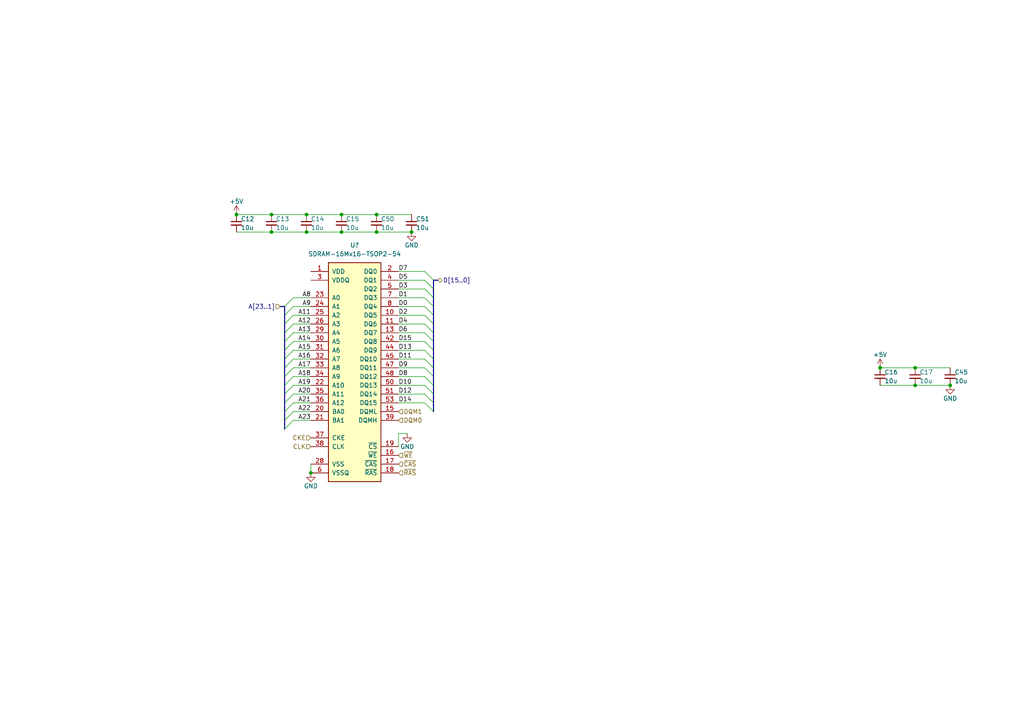
<source format=kicad_sch>
(kicad_sch (version 20211123) (generator eeschema)
  (paper "A4")
  (lib_symbols
    (symbol "Device:C_Small" (pin_numbers hide) (pin_names (offset 0.254) hide)
      (property "Reference" "C" (at 0.254 1.778 0))
      (property "Value" "C_Small" (at 0.254 -2.032 0))
      (symbol "C_Small_0_1"
        (polyline (pts (xy -1.524 -0.508) (xy 1.524 -0.508)) (stroke (width 0.3302)))
        (polyline (pts (xy -1.524 0.508) (xy 1.524 0.508)) (stroke (width 0.3048)))
      )
      (symbol "C_Small_1_1"
        (pin passive line (at 0 2.54 270) (length 2.032) (name "~") (number "1"))
        (pin passive line (at 0 -2.54 90) (length 2.032) (name "~") (number "2"))
      )
    )
    (symbol "GW_RAM:SDRAM-16Mx16-TSOP2-54" (pin_names (offset 1.016))
      (property "Reference" "U" (at 0 29.21 0))
      (property "Value" "SDRAM-16Mx16-TSOP2-54" (at 0 0 90))
      (symbol "SDRAM-16Mx16-TSOP2-54_0_1"
        (rectangle (start -7.62 27.94) (end 7.62 -35.56) (stroke (width 0.254)) (fill (type background)))
      )
      (symbol "SDRAM-16Mx16-TSOP2-54_1_1"
        (pin power_in line (at -12.7 25.4 0) (length 5.08) (name "VDD") (number "1"))
        (pin bidirectional line (at 12.7 12.7 180) (length 5.08) (name "DQ5") (number "10"))
        (pin bidirectional line (at 12.7 10.16 180) (length 5.08) (name "DQ6") (number "11"))
        (pin power_in line (at -12.7 -33.02 0) (length 5.08) hide (name "VSSQ") (number "12"))
        (pin bidirectional line (at 12.7 7.62 180) (length 5.08) (name "DQ7") (number "13"))
        (pin power_in line (at -12.7 25.4 0) (length 5.08) hide (name "VDD") (number "14"))
        (pin input line (at 12.7 -15.24 180) (length 5.08) (name "DQML") (number "15"))
        (pin input line (at 12.7 -27.94 180) (length 5.08) (name "~{WE}") (number "16"))
        (pin input line (at 12.7 -30.48 180) (length 5.08) (name "~{CAS}") (number "17"))
        (pin input line (at 12.7 -33.02 180) (length 5.08) (name "~{RAS}") (number "18"))
        (pin input line (at 12.7 -25.4 180) (length 5.08) (name "~{CS}") (number "19"))
        (pin bidirectional line (at 12.7 25.4 180) (length 5.08) (name "DQ0") (number "2"))
        (pin input line (at -12.7 -15.24 0) (length 5.08) (name "BA0") (number "20"))
        (pin input line (at -12.7 -17.78 0) (length 5.08) (name "BA1") (number "21"))
        (pin input line (at -12.7 -7.62 0) (length 5.08) (name "A10") (number "22"))
        (pin input line (at -12.7 17.78 0) (length 5.08) (name "A0") (number "23"))
        (pin input line (at -12.7 15.24 0) (length 5.08) (name "A1") (number "24"))
        (pin input line (at -12.7 12.7 0) (length 5.08) (name "A2") (number "25"))
        (pin input line (at -12.7 10.16 0) (length 5.08) (name "A3") (number "26"))
        (pin power_in line (at -12.7 25.4 0) (length 5.08) hide (name "VDD") (number "27"))
        (pin power_in line (at -12.7 -30.48 0) (length 5.08) (name "VSS") (number "28"))
        (pin input line (at -12.7 7.62 0) (length 5.08) (name "A4") (number "29"))
        (pin power_in line (at -12.7 22.86 0) (length 5.08) (name "VDDQ") (number "3"))
        (pin input line (at -12.7 5.08 0) (length 5.08) (name "A5") (number "30"))
        (pin input line (at -12.7 2.54 0) (length 5.08) (name "A6") (number "31"))
        (pin input line (at -12.7 0 0) (length 5.08) (name "A7") (number "32"))
        (pin input line (at -12.7 -2.54 0) (length 5.08) (name "A8") (number "33"))
        (pin input line (at -12.7 -5.08 0) (length 5.08) (name "A9") (number "34"))
        (pin input line (at -12.7 -10.16 0) (length 5.08) (name "A11") (number "35"))
        (pin input line (at -12.7 -12.7 0) (length 5.08) (name "A12") (number "36"))
        (pin input line (at -12.7 -22.86 0) (length 5.08) (name "CKE") (number "37"))
        (pin input line (at -12.7 -25.4 0) (length 5.08) (name "CLK") (number "38"))
        (pin input line (at 12.7 -17.78 180) (length 5.08) (name "DQMH") (number "39"))
        (pin bidirectional line (at 12.7 22.86 180) (length 5.08) (name "DQ1") (number "4"))
        (pin power_in line (at -12.7 -30.48 0) (length 5.08) hide (name "VSS") (number "41"))
        (pin bidirectional line (at 12.7 5.08 180) (length 5.08) (name "DQ8") (number "42"))
        (pin power_in line (at -12.7 22.86 0) (length 5.08) hide (name "VDDQ") (number "43"))
        (pin bidirectional line (at 12.7 2.54 180) (length 5.08) (name "DQ9") (number "44"))
        (pin bidirectional line (at 12.7 0 180) (length 5.08) (name "DQ10") (number "45"))
        (pin power_in line (at -12.7 -33.02 0) (length 5.08) hide (name "VSSQ") (number "46"))
        (pin bidirectional line (at 12.7 -2.54 180) (length 5.08) (name "DQ11") (number "47"))
        (pin bidirectional line (at 12.7 -5.08 180) (length 5.08) (name "DQ12") (number "48"))
        (pin power_in line (at -12.7 22.86 0) (length 5.08) hide (name "VDDQ") (number "49"))
        (pin bidirectional line (at 12.7 20.32 180) (length 5.08) (name "DQ2") (number "5"))
        (pin bidirectional line (at 12.7 -7.62 180) (length 5.08) (name "DQ13") (number "50"))
        (pin bidirectional line (at 12.7 -10.16 180) (length 5.08) (name "DQ14") (number "51"))
        (pin power_in line (at -12.7 -33.02 0) (length 5.08) hide (name "VSSQ") (number "52"))
        (pin bidirectional line (at 12.7 -12.7 180) (length 5.08) (name "DQ15") (number "53"))
        (pin power_in line (at -12.7 -30.48 0) (length 5.08) hide (name "VSS") (number "54"))
        (pin power_in line (at -12.7 -33.02 0) (length 5.08) (name "VSSQ") (number "6"))
        (pin bidirectional line (at 12.7 17.78 180) (length 5.08) (name "DQ3") (number "7"))
        (pin bidirectional line (at 12.7 15.24 180) (length 5.08) (name "DQ4") (number "8"))
        (pin power_in line (at -12.7 22.86 0) (length 5.08) hide (name "VDDQ") (number "9"))
      )
    )
    (symbol "power:+5V" (power) (pin_names (offset 0))
      (property "Value" "+5V" (at 0 3.556 0))
      (symbol "+5V_0_1"
        (polyline (pts (xy -0.762 1.27) (xy 0 2.54)))
        (polyline (pts (xy 0 0) (xy 0 2.54)))
        (polyline (pts (xy 0 2.54) (xy 0.762 1.27)))
      )
      (symbol "+5V_1_1"
        (pin power_in line (at 0 0 90) (length 0) hide (name "+5V") (number "1"))
      )
    )
    (symbol "power:GND" (power) (pin_names (offset 0))
      (property "Value" "GND" (at 0 -3.81 0))
      (symbol "GND_0_1"
        (polyline (pts (xy 0 0) (xy 0 -1.27) (xy 1.27 -1.27) (xy 0 -2.54) (xy -1.27 -1.27) (xy 0 -1.27)))
      )
      (symbol "GND_1_1"
        (pin power_in line (at 0 0 270) (length 0) hide (name "GND") (number "1"))
      )
    )
  )
  (junction (at 109.22 62.23))
  (junction (at 265.43 111.76))
  (junction (at 119.38 67.31))
  (junction (at 90.17 137.16))
  (junction (at 265.43 106.68))
  (junction (at 68.58 62.23))
  (junction (at 99.06 67.31))
  (junction (at 255.27 106.68))
  (junction (at 78.74 62.23))
  (junction (at 109.22 67.31))
  (junction (at 88.9 67.31))
  (junction (at 99.06 62.23))
  (junction (at 275.59 111.76))
  (junction (at 78.74 67.31))
  (junction (at 88.9 62.23))
  (bus_entry (at 125.73 93.98) (size -2.54 -2.54))
  (bus_entry (at 125.73 96.52) (size -2.54 -2.54))
  (bus_entry (at 125.73 81.28) (size -2.54 -2.54))
  (bus_entry (at 125.73 114.3) (size -2.54 -2.54))
  (bus_entry (at 82.55 99.06) (size 2.54 -2.54))
  (bus_entry (at 82.55 96.52) (size 2.54 -2.54))
  (bus_entry (at 125.73 83.82) (size -2.54 -2.54))
  (bus_entry (at 125.73 104.14) (size -2.54 -2.54))
  (bus_entry (at 82.55 119.38) (size 2.54 -2.54))
  (bus_entry (at 125.73 116.84) (size -2.54 -2.54))
  (bus_entry (at 82.55 116.84) (size 2.54 -2.54))
  (bus_entry (at 125.73 119.38) (size -2.54 -2.54))
  (bus_entry (at 125.73 106.68) (size -2.54 -2.54))
  (bus_entry (at 125.73 111.76) (size -2.54 -2.54))
  (bus_entry (at 125.73 99.06) (size -2.54 -2.54))
  (bus_entry (at 125.73 109.22) (size -2.54 -2.54))
  (bus_entry (at 125.73 88.9) (size -2.54 -2.54))
  (bus_entry (at 82.55 111.76) (size 2.54 -2.54))
  (bus_entry (at 82.55 93.98) (size 2.54 -2.54))
  (bus_entry (at 82.55 121.92) (size 2.54 -2.54))
  (bus_entry (at 82.55 104.14) (size 2.54 -2.54))
  (bus_entry (at 82.55 109.22) (size 2.54 -2.54))
  (bus_entry (at 82.55 106.68) (size 2.54 -2.54))
  (bus_entry (at 125.73 101.6) (size -2.54 -2.54))
  (bus_entry (at 82.55 88.9) (size 2.54 -2.54))
  (bus_entry (at 125.73 91.44) (size -2.54 -2.54))
  (bus_entry (at 82.55 101.6) (size 2.54 -2.54))
  (bus_entry (at 82.55 124.46) (size 2.54 -2.54))
  (bus_entry (at 125.73 86.36) (size -2.54 -2.54))
  (bus_entry (at 82.55 91.44) (size 2.54 -2.54))
  (bus_entry (at 82.55 114.3) (size 2.54 -2.54))
  (bus (pts (xy 82.55 88.9) (xy 82.55 91.44)))
  (bus (pts (xy 125.73 114.3) (xy 125.73 116.84)))
  (wire (pts (xy 90.17 101.6) (xy 85.09 101.6)))
  (bus (pts (xy 82.55 93.98) (xy 82.55 96.52)))
  (wire (pts (xy 90.17 104.14) (xy 85.09 104.14)))
  (wire (pts (xy 68.58 67.31) (xy 78.74 67.31)))
  (wire (pts (xy 78.74 62.23) (xy 88.9 62.23)))
  (wire (pts (xy 88.9 62.23) (xy 99.06 62.23)))
  (wire (pts (xy 265.43 106.68) (xy 275.59 106.68)))
  (wire (pts (xy 115.57 125.73) (xy 115.57 129.54)))
  (bus (pts (xy 125.73 83.82) (xy 125.73 86.36)))
  (wire (pts (xy 90.17 111.76) (xy 85.09 111.76)))
  (bus (pts (xy 82.55 121.92) (xy 82.55 124.46)))
  (bus (pts (xy 82.55 114.3) (xy 82.55 116.84)))
  (wire (pts (xy 90.17 109.22) (xy 85.09 109.22)))
  (wire (pts (xy 123.19 81.28) (xy 115.57 81.28)))
  (wire (pts (xy 68.58 62.23) (xy 78.74 62.23)))
  (bus (pts (xy 125.73 111.76) (xy 125.73 114.3)))
  (wire (pts (xy 90.17 134.62) (xy 90.17 137.16)))
  (wire (pts (xy 90.17 91.44) (xy 85.09 91.44)))
  (bus (pts (xy 125.73 104.14) (xy 125.73 106.68)))
  (wire (pts (xy 123.19 101.6) (xy 115.57 101.6)))
  (bus (pts (xy 125.73 99.06) (xy 125.73 101.6)))
  (wire (pts (xy 90.17 86.36) (xy 85.09 86.36)))
  (bus (pts (xy 82.55 101.6) (xy 82.55 104.14)))
  (bus (pts (xy 125.73 93.98) (xy 125.73 96.52)))
  (wire (pts (xy 115.57 109.22) (xy 123.19 109.22)))
  (bus (pts (xy 127 81.28) (xy 125.73 81.28)))
  (bus (pts (xy 82.55 111.76) (xy 82.55 114.3)))
  (wire (pts (xy 78.74 67.31) (xy 88.9 67.31)))
  (wire (pts (xy 99.06 67.31) (xy 109.22 67.31)))
  (bus (pts (xy 82.55 109.22) (xy 82.55 111.76)))
  (wire (pts (xy 99.06 62.23) (xy 109.22 62.23)))
  (bus (pts (xy 125.73 101.6) (xy 125.73 104.14)))
  (wire (pts (xy 90.17 96.52) (xy 85.09 96.52)))
  (wire (pts (xy 90.17 121.92) (xy 85.09 121.92)))
  (bus (pts (xy 82.55 119.38) (xy 82.55 121.92)))
  (wire (pts (xy 115.57 93.98) (xy 123.19 93.98)))
  (bus (pts (xy 82.55 91.44) (xy 82.55 93.98)))
  (wire (pts (xy 90.17 106.68) (xy 85.09 106.68)))
  (wire (pts (xy 123.19 78.74) (xy 115.57 78.74)))
  (bus (pts (xy 125.73 116.84) (xy 125.73 119.38)))
  (wire (pts (xy 123.19 104.14) (xy 115.57 104.14)))
  (wire (pts (xy 265.43 111.76) (xy 275.59 111.76)))
  (bus (pts (xy 125.73 86.36) (xy 125.73 88.9)))
  (bus (pts (xy 82.55 96.52) (xy 82.55 99.06)))
  (wire (pts (xy 90.17 114.3) (xy 85.09 114.3)))
  (wire (pts (xy 115.57 96.52) (xy 123.19 96.52)))
  (bus (pts (xy 82.55 116.84) (xy 82.55 119.38)))
  (wire (pts (xy 255.27 106.68) (xy 265.43 106.68)))
  (wire (pts (xy 115.57 111.76) (xy 123.19 111.76)))
  (bus (pts (xy 82.55 106.68) (xy 82.55 109.22)))
  (wire (pts (xy 109.22 62.23) (xy 119.38 62.23)))
  (wire (pts (xy 90.17 93.98) (xy 85.09 93.98)))
  (wire (pts (xy 88.9 67.31) (xy 99.06 67.31)))
  (wire (pts (xy 90.17 88.9) (xy 85.09 88.9)))
  (wire (pts (xy 115.57 114.3) (xy 123.19 114.3)))
  (wire (pts (xy 123.19 86.36) (xy 115.57 86.36)))
  (bus (pts (xy 125.73 106.68) (xy 125.73 109.22)))
  (wire (pts (xy 255.27 111.76) (xy 265.43 111.76)))
  (wire (pts (xy 115.57 88.9) (xy 123.19 88.9)))
  (wire (pts (xy 109.22 67.31) (xy 119.38 67.31)))
  (bus (pts (xy 82.55 99.06) (xy 82.55 101.6)))
  (wire (pts (xy 115.57 91.44) (xy 123.19 91.44)))
  (wire (pts (xy 115.57 99.06) (xy 123.19 99.06)))
  (bus (pts (xy 125.73 91.44) (xy 125.73 93.98)))
  (bus (pts (xy 125.73 96.52) (xy 125.73 99.06)))
  (wire (pts (xy 123.19 106.68) (xy 115.57 106.68)))
  (wire (pts (xy 118.11 125.73) (xy 115.57 125.73)))
  (bus (pts (xy 125.73 81.28) (xy 125.73 83.82)))
  (wire (pts (xy 123.19 83.82) (xy 115.57 83.82)))
  (bus (pts (xy 125.73 88.9) (xy 125.73 91.44)))
  (bus (pts (xy 82.55 104.14) (xy 82.55 106.68)))
  (wire (pts (xy 115.57 116.84) (xy 123.19 116.84)))
  (bus (pts (xy 82.55 88.9) (xy 81.28 88.9)))
  (wire (pts (xy 90.17 116.84) (xy 85.09 116.84)))
  (wire (pts (xy 90.17 99.06) (xy 85.09 99.06)))
  (bus (pts (xy 125.73 109.22) (xy 125.73 111.76)))
  (wire (pts (xy 90.17 119.38) (xy 85.09 119.38)))
  (label "A20" (at 90.17 114.3 180))
  (label "A11" (at 90.17 91.44 180))
  (label "D5" (at 115.57 81.28 0))
  (label "D12" (at 115.57 114.3 0))
  (label "A17" (at 90.17 106.68 180))
  (label "A21" (at 90.17 116.84 180))
  (label "D4" (at 115.57 93.98 0))
  (label "D6" (at 115.57 96.52 0))
  (label "D3" (at 115.57 83.82 0))
  (label "D2" (at 115.57 91.44 0))
  (label "D15" (at 115.57 99.06 0))
  (label "A19" (at 90.17 111.76 180))
  (label "D9" (at 115.57 106.68 0))
  (label "D7" (at 115.57 78.74 0))
  (label "A15" (at 90.17 101.6 180))
  (label "A14" (at 90.17 99.06 180))
  (label "D14" (at 115.57 116.84 0))
  (label "D1" (at 115.57 86.36 0))
  (label "A9" (at 90.17 88.9 180))
  (label "A18" (at 90.17 109.22 180))
  (label "A8" (at 90.17 86.36 180))
  (label "A13" (at 90.17 96.52 180))
  (label "A16" (at 90.17 104.14 180))
  (label "D11" (at 115.57 104.14 0))
  (label "A23" (at 90.17 121.92 180))
  (label "D0" (at 115.57 88.9 0))
  (label "D13" (at 115.57 101.6 0))
  (label "A12" (at 90.17 93.98 180))
  (label "A22" (at 90.17 119.38 180))
  (label "D8" (at 115.57 109.22 0))
  (label "D10" (at 115.57 111.76 0))
  (hierarchical_label "D[15..0]" (shape bidirectional) (at 127 81.28 0))
  (hierarchical_label "~{RAS}" (shape input) (at 115.57 137.16 0))
  (hierarchical_label "CLK" (shape input) (at 90.17 129.54 180))
  (hierarchical_label "DQM0" (shape input) (at 115.57 121.92 0))
  (hierarchical_label "DQM1" (shape input) (at 115.57 119.38 0))
  (hierarchical_label "~{CAS}" (shape input) (at 115.57 134.62 0))
  (hierarchical_label "~{WE}" (shape input) (at 115.57 132.08 0))
  (hierarchical_label "CKE" (shape input) (at 90.17 127 180))
  (hierarchical_label "A[23..1]" (shape input) (at 81.28 88.9 180))
  (symbol (lib_id "power:+5V") (at 68.58 62.23 0) (unit 1)
    (property "Reference" "#PWR0138" (effects hide))
    (property "Value" "+5V" (at 68.58 58.42 0))
  )
  (symbol (lib_id "Device:C_Small") (at 78.74 64.77 0) (unit 1)
    (property "Reference" "C13" (at 80.01 63.5 0) (effects (justify left)))
    (property "Value" "10u" (at 80.01 66.04 0) (effects (justify left)))
    (property "Footprint" "stdpads:C_0805" (effects hide))
    (property "LCSC Part" "C15850" (effects hide))
  )
  (symbol (lib_id "Device:C_Small") (at 68.58 64.77 0) (unit 1)
    (property "Reference" "C12" (at 69.85 63.5 0) (effects (justify left)))
    (property "Value" "10u" (at 69.85 66.04 0) (effects (justify left)))
    (property "Footprint" "stdpads:C_0805" (effects hide))
    (property "LCSC Part" "C15850" (effects hide))
  )
  (symbol (lib_id "Device:C_Small") (at 88.9 64.77 0) (unit 1)
    (property "Reference" "C14" (at 90.17 63.5 0) (effects (justify left)))
    (property "Value" "10u" (at 90.17 66.04 0) (effects (justify left)))
    (property "Footprint" "stdpads:C_0805" (effects hide))
    (property "LCSC Part" "C15850" (effects hide))
  )
  (symbol (lib_id "Device:C_Small") (at 99.06 64.77 0) (unit 1)
    (property "Reference" "C15" (at 100.33 63.5 0) (effects (justify left)))
    (property "Value" "10u" (at 100.33 66.04 0) (effects (justify left)))
    (property "Footprint" "stdpads:C_0805" (effects hide))
    (property "LCSC Part" "C15850" (effects hide))
  )
  (symbol (lib_id "power:+5V") (at 255.27 106.68 0) (unit 1)
    (property "Reference" "#PWR0145" (effects hide))
    (property "Value" "+5V" (at 255.27 102.87 0))
  )
  (symbol (lib_id "Device:C_Small") (at 265.43 109.22 0) (unit 1)
    (property "Reference" "C17" (at 266.7 107.95 0) (effects (justify left)))
    (property "Value" "10u" (at 266.7 110.49 0) (effects (justify left)))
    (property "Footprint" "stdpads:C_0805" (effects hide))
    (property "LCSC Part" "C15850" (effects hide))
  )
  (symbol (lib_id "Device:C_Small") (at 255.27 109.22 0) (unit 1)
    (property "Reference" "C16" (at 256.54 107.95 0) (effects (justify left)))
    (property "Value" "10u" (at 256.54 110.49 0) (effects (justify left)))
    (property "Footprint" "stdpads:C_0805" (effects hide))
    (property "LCSC Part" "C15850" (effects hide))
  )
  (symbol (lib_id "Device:C_Small") (at 119.38 64.77 0) (unit 1)
    (property "Reference" "C51" (at 120.65 63.5 0) (effects (justify left)))
    (property "Value" "10u" (at 120.65 66.04 0) (effects (justify left)))
    (property "Footprint" "stdpads:C_0805" (effects hide))
    (property "LCSC Part" "C15850" (effects hide))
  )
  (symbol (lib_id "GW_RAM:SDRAM-16Mx16-TSOP2-54") (at 102.87 104.14 0) (unit 1)
    (property "Reference" "U?" (at 102.87 71.12 0))
    (property "Value" "SDRAM-16Mx16-TSOP2-54" (at 102.87 73.66 0))
    (property "Footprint" "stdpads:Winbond_TSOPII-54" (effects hide))
  )
  (symbol (lib_id "power:GND") (at 118.11 125.73 0) (unit 1)
    (property "Reference" "#PWR?" (effects hide))
    (property "Value" "GND" (at 118.11 129.54 0))
  )
  (symbol (lib_id "Device:C_Small") (at 109.22 64.77 0) (unit 1)
    (property "Reference" "C50" (at 110.49 63.5 0) (effects (justify left)))
    (property "Value" "10u" (at 110.49 66.04 0) (effects (justify left)))
    (property "Footprint" "stdpads:C_0805" (effects hide))
    (property "LCSC Part" "C15850" (effects hide))
  )
  (symbol (lib_id "power:GND") (at 275.59 111.76 0) (unit 1)
    (property "Reference" "#PWR0135" (effects hide))
    (property "Value" "GND" (at 275.59 115.57 0))
  )
  (symbol (lib_id "Device:C_Small") (at 275.59 109.22 0) (unit 1)
    (property "Reference" "C45" (at 276.86 107.95 0) (effects (justify left)))
    (property "Value" "10u" (at 276.86 110.49 0) (effects (justify left)))
    (property "Footprint" "stdpads:C_0805" (effects hide))
    (property "LCSC Part" "C15850" (effects hide))
  )
  (symbol (lib_id "power:GND") (at 90.17 137.16 0) (unit 1)
    (property "Reference" "#PWR?" (effects hide))
    (property "Value" "GND" (at 90.17 140.97 0))
  )
  (symbol (lib_id "power:GND") (at 119.38 67.31 0) (unit 1)
    (property "Reference" "#PWR0132" (effects hide))
    (property "Value" "GND" (at 119.38 71.12 0))
  )
)
</source>
